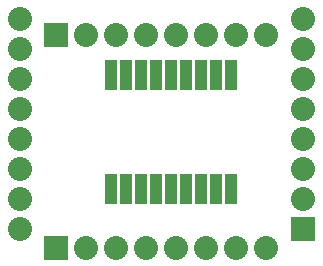
<source format=gbs>
G04 (created by PCBNEW-RS274X (2012-apr-16-27)-stable) date Mon 01 Apr 2013 09:11:56 AM PDT*
G01*
G70*
G90*
%MOIN*%
G04 Gerber Fmt 3.4, Leading zero omitted, Abs format*
%FSLAX34Y34*%
G04 APERTURE LIST*
%ADD10C,0.006000*%
%ADD11C,0.080000*%
%ADD12R,0.080000X0.080000*%
%ADD13R,0.043600X0.098700*%
G04 APERTURE END LIST*
G54D10*
G54D11*
X40945Y-29569D03*
X40945Y-30569D03*
X40945Y-31569D03*
X40945Y-32569D03*
X40945Y-33569D03*
X40945Y-34569D03*
X40945Y-35569D03*
X40945Y-36569D03*
G54D12*
X50394Y-36569D03*
G54D11*
X50394Y-35569D03*
X50394Y-34569D03*
X50394Y-33569D03*
X50394Y-32569D03*
X50394Y-31569D03*
X50394Y-30569D03*
X50394Y-29569D03*
G54D12*
X42169Y-30118D03*
G54D11*
X43169Y-30118D03*
X44169Y-30118D03*
X45169Y-30118D03*
X46169Y-30118D03*
X47169Y-30118D03*
X48169Y-30118D03*
X49169Y-30118D03*
G54D12*
X42169Y-37205D03*
G54D11*
X43169Y-37205D03*
X44169Y-37205D03*
X45169Y-37205D03*
X46169Y-37205D03*
X47169Y-37205D03*
X48169Y-37205D03*
X49169Y-37205D03*
G54D13*
X47984Y-35240D03*
X47484Y-35240D03*
X46984Y-35240D03*
X46484Y-35240D03*
X45984Y-35240D03*
X45484Y-35240D03*
X44984Y-35240D03*
X44484Y-35240D03*
X43984Y-35240D03*
X47984Y-31452D03*
X47484Y-31452D03*
X46984Y-31452D03*
X46484Y-31452D03*
X45984Y-31452D03*
X45484Y-31452D03*
X44984Y-31452D03*
X44484Y-31452D03*
X43984Y-31452D03*
M02*

</source>
